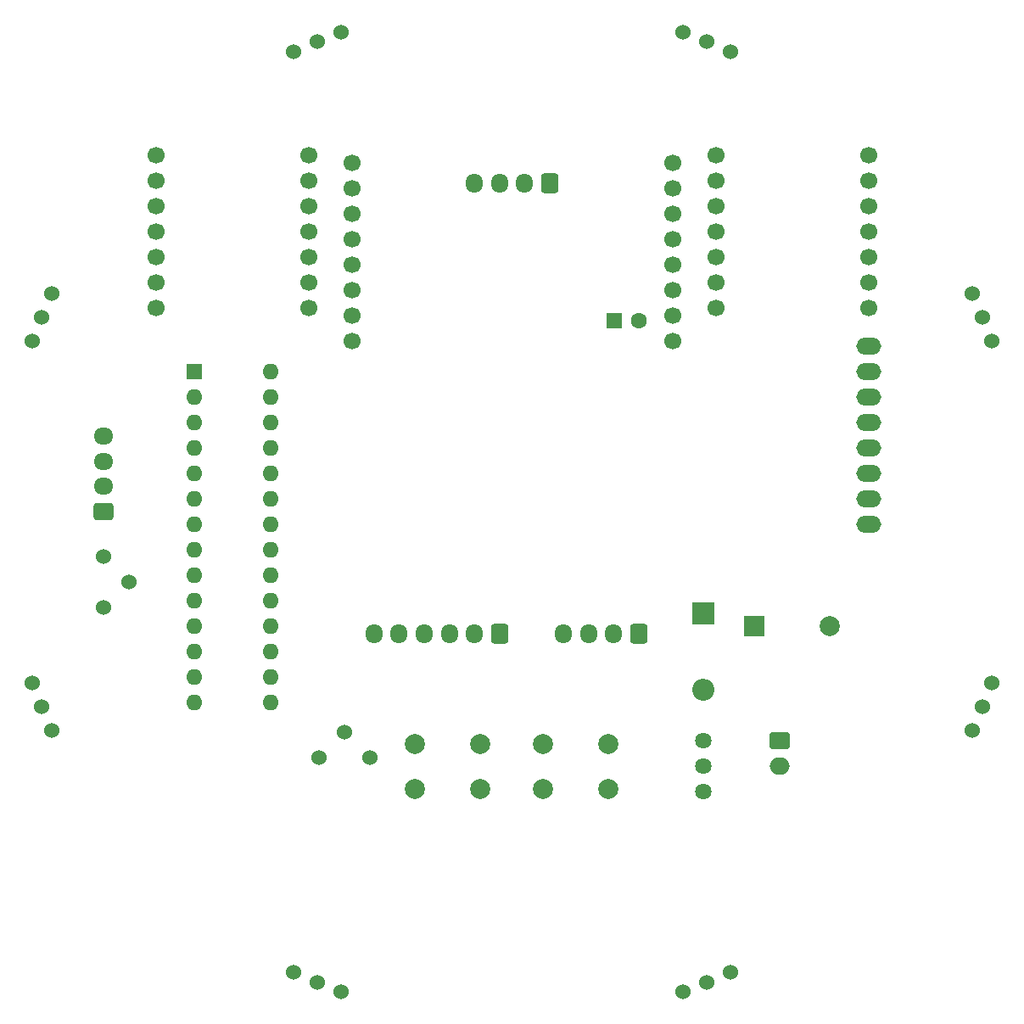
<source format=gbr>
%TF.GenerationSoftware,KiCad,Pcbnew,(6.0.5)*%
%TF.CreationDate,2022-11-08T23:00:49+09:00*%
%TF.ProjectId,main_board_TJ3B,6d61696e-5f62-46f6-9172-645f544a3342,rev?*%
%TF.SameCoordinates,Original*%
%TF.FileFunction,Soldermask,Bot*%
%TF.FilePolarity,Negative*%
%FSLAX46Y46*%
G04 Gerber Fmt 4.6, Leading zero omitted, Abs format (unit mm)*
G04 Created by KiCad (PCBNEW (6.0.5)) date 2022-11-08 23:00:49*
%MOMM*%
%LPD*%
G01*
G04 APERTURE LIST*
G04 Aperture macros list*
%AMRoundRect*
0 Rectangle with rounded corners*
0 $1 Rounding radius*
0 $2 $3 $4 $5 $6 $7 $8 $9 X,Y pos of 4 corners*
0 Add a 4 corners polygon primitive as box body*
4,1,4,$2,$3,$4,$5,$6,$7,$8,$9,$2,$3,0*
0 Add four circle primitives for the rounded corners*
1,1,$1+$1,$2,$3*
1,1,$1+$1,$4,$5*
1,1,$1+$1,$6,$7*
1,1,$1+$1,$8,$9*
0 Add four rect primitives between the rounded corners*
20,1,$1+$1,$2,$3,$4,$5,0*
20,1,$1+$1,$4,$5,$6,$7,0*
20,1,$1+$1,$6,$7,$8,$9,0*
20,1,$1+$1,$8,$9,$2,$3,0*%
G04 Aperture macros list end*
%ADD10C,1.700000*%
%ADD11R,1.600000X1.600000*%
%ADD12O,1.600000X1.600000*%
%ADD13C,1.524000*%
%ADD14O,2.500000X1.700000*%
%ADD15C,1.635000*%
%ADD16R,2.000000X2.000000*%
%ADD17C,2.000000*%
%ADD18C,1.600000*%
%ADD19RoundRect,0.250000X0.725000X-0.600000X0.725000X0.600000X-0.725000X0.600000X-0.725000X-0.600000X0*%
%ADD20O,1.950000X1.700000*%
%ADD21RoundRect,0.250000X0.600000X0.725000X-0.600000X0.725000X-0.600000X-0.725000X0.600000X-0.725000X0*%
%ADD22O,1.700000X1.950000*%
%ADD23RoundRect,0.250000X-0.750000X0.600000X-0.750000X-0.600000X0.750000X-0.600000X0.750000X0.600000X0*%
%ADD24O,2.000000X1.700000*%
%ADD25R,2.200000X2.200000*%
%ADD26O,2.200000X2.200000*%
G04 APERTURE END LIST*
D10*
%TO.C,U3*%
X179070000Y-59690000D03*
X179070000Y-62230000D03*
X179070000Y-64770000D03*
X179070000Y-67310000D03*
X179070000Y-69850000D03*
X179070000Y-72390000D03*
X179070000Y-74930000D03*
X194310000Y-74930000D03*
X194310000Y-72390000D03*
X194310000Y-69850000D03*
X194310000Y-67310000D03*
X194310000Y-64770000D03*
X194310000Y-62230000D03*
X194310000Y-59690000D03*
%TD*%
D11*
%TO.C,U4*%
X127010000Y-81265000D03*
D12*
X127010000Y-83805000D03*
X127010000Y-86345000D03*
X127010000Y-88885000D03*
X127010000Y-91425000D03*
X127010000Y-93965000D03*
X127010000Y-96505000D03*
X127010000Y-99045000D03*
X127010000Y-101585000D03*
X127010000Y-104125000D03*
X127010000Y-106665000D03*
X127010000Y-109205000D03*
X127010000Y-111745000D03*
X127010000Y-114285000D03*
X134630000Y-114285000D03*
X134630000Y-111745000D03*
X134630000Y-109205000D03*
X134630000Y-106665000D03*
X134630000Y-104125000D03*
X134630000Y-101585000D03*
X134630000Y-99045000D03*
X134630000Y-96505000D03*
X134630000Y-93965000D03*
X134630000Y-91425000D03*
X134630000Y-88885000D03*
X134630000Y-86345000D03*
X134630000Y-83805000D03*
X134630000Y-81265000D03*
%TD*%
D13*
%TO.C,R33*%
X139446000Y-119729000D03*
X141986000Y-117189000D03*
X144526000Y-119729000D03*
%TD*%
D14*
%TO.C,U1*%
X194310000Y-78740000D03*
X194310000Y-81280000D03*
X194310000Y-83820000D03*
X194310000Y-86360000D03*
X194310000Y-88900000D03*
X194310000Y-91440000D03*
X194310000Y-93980000D03*
X194310000Y-96520000D03*
%TD*%
D10*
%TO.C,U9*%
X123190000Y-59690000D03*
X123190000Y-62230000D03*
X123190000Y-64770000D03*
X123190000Y-67310000D03*
X123190000Y-69850000D03*
X123190000Y-72390000D03*
X123190000Y-74930000D03*
X138430000Y-74930000D03*
X138430000Y-72390000D03*
X138430000Y-69850000D03*
X138430000Y-67310000D03*
X138430000Y-64770000D03*
X138430000Y-62230000D03*
X138430000Y-59690000D03*
%TD*%
D15*
%TO.C,SW1*%
X177800000Y-123190000D03*
X177800000Y-120650000D03*
X177800000Y-118110000D03*
%TD*%
D16*
%TO.C,BZ1*%
X182890000Y-106680000D03*
D17*
X190490000Y-106680000D03*
%TD*%
D11*
%TO.C,C6*%
X168910000Y-76200000D03*
D18*
X171410000Y-76200000D03*
%TD*%
D17*
%TO.C,SW3*%
X161850000Y-122900000D03*
X168350000Y-122900000D03*
X168350000Y-118400000D03*
X161850000Y-118400000D03*
%TD*%
D13*
%TO.C,R4*%
X118015000Y-104775000D03*
X120555000Y-102235000D03*
X118015000Y-99695000D03*
%TD*%
D19*
%TO.C,J4*%
X118000000Y-95190000D03*
D20*
X118000000Y-92690000D03*
X118000000Y-90190000D03*
X118000000Y-87690000D03*
%TD*%
D13*
%TO.C,U10*%
X175843670Y-47344875D03*
X178190324Y-48316891D03*
X180536978Y-49288907D03*
%TD*%
%TO.C,U7*%
X110844949Y-78156404D03*
X111816965Y-75809750D03*
X112788981Y-73463096D03*
%TD*%
D21*
%TO.C,J5*%
X162500000Y-62467000D03*
D22*
X160000000Y-62467000D03*
X157500000Y-62467000D03*
X155000000Y-62467000D03*
%TD*%
D23*
%TO.C,J2*%
X185420000Y-118110000D03*
D24*
X185420000Y-120610000D03*
%TD*%
D13*
%TO.C,U6*%
X112789038Y-117037040D03*
X111817022Y-114690386D03*
X110845006Y-112343732D03*
%TD*%
D21*
%TO.C,J1*%
X157480000Y-107425000D03*
D22*
X154980000Y-107425000D03*
X152480000Y-107425000D03*
X149980000Y-107425000D03*
X147480000Y-107425000D03*
X144980000Y-107425000D03*
%TD*%
D13*
%TO.C,U8*%
X136963034Y-49288964D03*
X139309688Y-48316948D03*
X141656342Y-47344932D03*
%TD*%
D17*
%TO.C,SW2*%
X155575000Y-118400000D03*
X149075000Y-118400000D03*
X149075000Y-122900000D03*
X155575000Y-122900000D03*
%TD*%
D21*
%TO.C,J3*%
X171390000Y-107425000D03*
D22*
X168890000Y-107425000D03*
X166390000Y-107425000D03*
X163890000Y-107425000D03*
%TD*%
D13*
%TO.C,U13*%
X180537114Y-141211036D03*
X178190460Y-142183052D03*
X175843806Y-143155068D03*
%TD*%
D25*
%TO.C,D1*%
X177800000Y-105410000D03*
D26*
X177800000Y-113030000D03*
%TD*%
D13*
%TO.C,U12*%
X206655199Y-112343596D03*
X205683183Y-114690250D03*
X204711167Y-117036904D03*
%TD*%
D10*
%TO.C,U2*%
X142750000Y-60452000D03*
X142750000Y-62992000D03*
X142750000Y-65532000D03*
X142750000Y-68072000D03*
X142750000Y-70612000D03*
X142750000Y-73152000D03*
X142750000Y-75692000D03*
X142750000Y-78232000D03*
X174750000Y-78232000D03*
X174750000Y-75692000D03*
X174750000Y-73152000D03*
X174750000Y-70612000D03*
X174750000Y-68072000D03*
X174750000Y-65532000D03*
X174750000Y-62992000D03*
X174750000Y-60452000D03*
%TD*%
D13*
%TO.C,U5*%
X141656478Y-143155125D03*
X139309824Y-142183109D03*
X136963170Y-141211093D03*
%TD*%
%TO.C,U11*%
X204711110Y-73462960D03*
X205683126Y-75809614D03*
X206655142Y-78156268D03*
%TD*%
M02*

</source>
